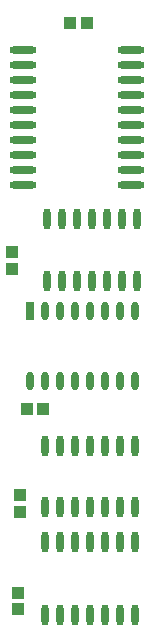
<source format=gbp>
G04 Layer: BottomPasteMaskLayer*
G04 EasyEDA v6.5.22, 2023-01-18 22:18:13*
G04 66d29df89567445d99ed279259f9073e,7be1179030e74d40a97a3c751b95adb4,10*
G04 Gerber Generator version 0.2*
G04 Scale: 100 percent, Rotated: No, Reflected: No *
G04 Dimensions in millimeters *
G04 leading zeros omitted , absolute positions ,4 integer and 5 decimal *
%FSLAX45Y45*%
%MOMM*%

%AMMACRO1*21,1,$1,$2,0,0,$3*%
%ADD10O,2.2999954X0.5999988*%
%ADD11O,0.5999988X1.7999964*%
%ADD12MACRO1,1.6002X0.5994X-90.0000*%
%ADD13O,0.599948X1.599946*%
%ADD14MACRO1,1X1.1X0.0000*%
%ADD15MACRO1,1X1.1X90.0000*%
%ADD16MACRO1,1X1.1X-90.0000*%

%LPD*%
D10*
G01*
X2516809Y-3022600D03*
G01*
X2516809Y-2895600D03*
G01*
X2516809Y-2768600D03*
G01*
X2516809Y-2641600D03*
G01*
X2516809Y-2514600D03*
G01*
X2516809Y-2387600D03*
G01*
X2516809Y-2260600D03*
G01*
X2516809Y-2133600D03*
G01*
X2516809Y-2006600D03*
G01*
X2516809Y-1879600D03*
G01*
X3426790Y-3022600D03*
G01*
X3426790Y-2895600D03*
G01*
X3426790Y-2768600D03*
G01*
X3426790Y-2641600D03*
G01*
X3426790Y-2514600D03*
G01*
X3426790Y-2387600D03*
G01*
X3426790Y-2260600D03*
G01*
X3426790Y-2133600D03*
G01*
X3426790Y-2006600D03*
G01*
X3426790Y-1879600D03*
D11*
G01*
X3467100Y-5746394D03*
G01*
X3340100Y-5746394D03*
G01*
X3213100Y-5746394D03*
G01*
X3086100Y-5746394D03*
G01*
X2959100Y-5746394D03*
G01*
X2832100Y-5746394D03*
G01*
X2705100Y-5746394D03*
G01*
X3467100Y-5226405D03*
G01*
X3340100Y-5226405D03*
G01*
X3213100Y-5226405D03*
G01*
X3086100Y-5226405D03*
G01*
X2959100Y-5226405D03*
G01*
X2832100Y-5226405D03*
G01*
X2705100Y-5226405D03*
G01*
X3467100Y-6659879D03*
G01*
X3340100Y-6659879D03*
G01*
X3213100Y-6659879D03*
G01*
X3086100Y-6659879D03*
G01*
X2959100Y-6659879D03*
G01*
X2832100Y-6659879D03*
G01*
X2705100Y-6659879D03*
G01*
X3467100Y-6040120D03*
G01*
X3340100Y-6040120D03*
G01*
X3213100Y-6040120D03*
G01*
X3086100Y-6040120D03*
G01*
X2959100Y-6040120D03*
G01*
X2832100Y-6040120D03*
G01*
X2705100Y-6040120D03*
G01*
X3479800Y-3828694D03*
G01*
X3352800Y-3828694D03*
G01*
X3225800Y-3828694D03*
G01*
X3098800Y-3828694D03*
G01*
X2971800Y-3828694D03*
G01*
X2844800Y-3828694D03*
G01*
X2717800Y-3828694D03*
G01*
X3479800Y-3308705D03*
G01*
X3352800Y-3308705D03*
G01*
X3225800Y-3308705D03*
G01*
X3098800Y-3308705D03*
G01*
X2971800Y-3308705D03*
G01*
X2844800Y-3308705D03*
G01*
X2717800Y-3308705D03*
D12*
G01*
X2578100Y-4081500D03*
D13*
G01*
X2705100Y-4081500D03*
G01*
X2832100Y-4081500D03*
G01*
X2959100Y-4081500D03*
G01*
X3086100Y-4081500D03*
G01*
X3213100Y-4081500D03*
G01*
X3340100Y-4081500D03*
G01*
X3467100Y-4081500D03*
G01*
X2578100Y-4681499D03*
G01*
X2705100Y-4681499D03*
G01*
X2832100Y-4681499D03*
G01*
X2959100Y-4681499D03*
G01*
X3086100Y-4681499D03*
G01*
X3213100Y-4681499D03*
G01*
X3340100Y-4681499D03*
G01*
X3467100Y-4681499D03*
D14*
G01*
X3054510Y-1651001D03*
G01*
X2914510Y-1651001D03*
G01*
X2546189Y-4914898D03*
G01*
X2686189Y-4914898D03*
D15*
G01*
X2425698Y-3727610D03*
G01*
X2425698Y-3587610D03*
D16*
G01*
X2476501Y-6470489D03*
G01*
X2476501Y-6610489D03*
G01*
X2489201Y-5644989D03*
G01*
X2489201Y-5784989D03*
M02*

</source>
